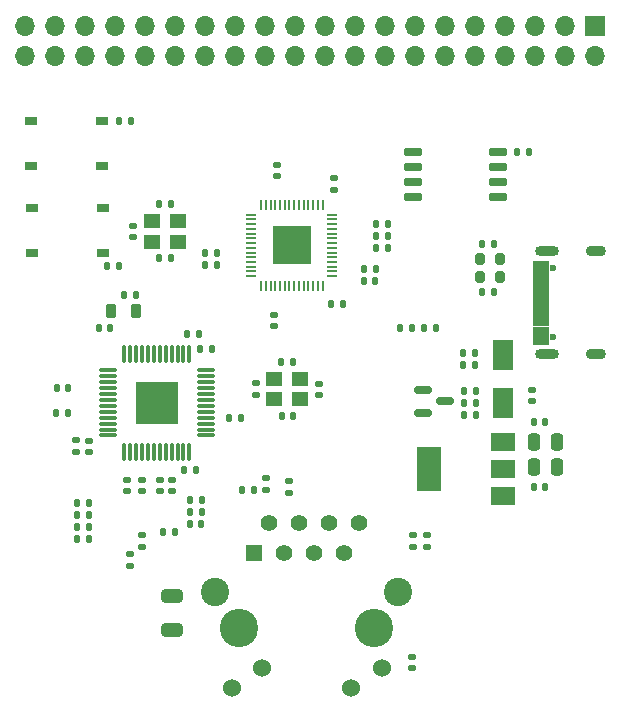
<source format=gbr>
%TF.GenerationSoftware,KiCad,Pcbnew,6.0.2+dfsg-1*%
%TF.CreationDate,2023-01-15T14:43:10-05:00*%
%TF.ProjectId,wiz5500-clone-basic,77697a35-3530-4302-9d63-6c6f6e652d62,rev?*%
%TF.SameCoordinates,Original*%
%TF.FileFunction,Soldermask,Top*%
%TF.FilePolarity,Negative*%
%FSLAX46Y46*%
G04 Gerber Fmt 4.6, Leading zero omitted, Abs format (unit mm)*
G04 Created by KiCad (PCBNEW 6.0.2+dfsg-1) date 2023-01-15 14:43:10*
%MOMM*%
%LPD*%
G01*
G04 APERTURE LIST*
G04 Aperture macros list*
%AMRoundRect*
0 Rectangle with rounded corners*
0 $1 Rounding radius*
0 $2 $3 $4 $5 $6 $7 $8 $9 X,Y pos of 4 corners*
0 Add a 4 corners polygon primitive as box body*
4,1,4,$2,$3,$4,$5,$6,$7,$8,$9,$2,$3,0*
0 Add four circle primitives for the rounded corners*
1,1,$1+$1,$2,$3*
1,1,$1+$1,$4,$5*
1,1,$1+$1,$6,$7*
1,1,$1+$1,$8,$9*
0 Add four rect primitives between the rounded corners*
20,1,$1+$1,$2,$3,$4,$5,0*
20,1,$1+$1,$4,$5,$6,$7,0*
20,1,$1+$1,$6,$7,$8,$9,0*
20,1,$1+$1,$8,$9,$2,$3,0*%
G04 Aperture macros list end*
%ADD10C,0.010000*%
%ADD11RoundRect,0.135000X0.135000X0.185000X-0.135000X0.185000X-0.135000X-0.185000X0.135000X-0.185000X0*%
%ADD12RoundRect,0.140000X-0.140000X-0.170000X0.140000X-0.170000X0.140000X0.170000X-0.140000X0.170000X0*%
%ADD13RoundRect,0.140000X-0.170000X0.140000X-0.170000X-0.140000X0.170000X-0.140000X0.170000X0.140000X0*%
%ADD14RoundRect,0.140000X0.170000X-0.140000X0.170000X0.140000X-0.170000X0.140000X-0.170000X-0.140000X0*%
%ADD15RoundRect,0.135000X-0.135000X-0.185000X0.135000X-0.185000X0.135000X0.185000X-0.135000X0.185000X0*%
%ADD16RoundRect,0.135000X-0.185000X0.135000X-0.185000X-0.135000X0.185000X-0.135000X0.185000X0.135000X0*%
%ADD17RoundRect,0.050000X-0.050000X0.387500X-0.050000X-0.387500X0.050000X-0.387500X0.050000X0.387500X0*%
%ADD18RoundRect,0.050000X-0.387500X0.050000X-0.387500X-0.050000X0.387500X-0.050000X0.387500X0.050000X0*%
%ADD19R,3.200000X3.200000*%
%ADD20R,1.000000X0.750000*%
%ADD21RoundRect,0.250000X-0.650000X0.325000X-0.650000X-0.325000X0.650000X-0.325000X0.650000X0.325000X0*%
%ADD22C,3.250000*%
%ADD23R,1.408000X1.408000*%
%ADD24C,1.408000*%
%ADD25C,1.530000*%
%ADD26C,2.400000*%
%ADD27R,1.400000X1.200000*%
%ADD28RoundRect,0.140000X0.140000X0.170000X-0.140000X0.170000X-0.140000X-0.170000X0.140000X-0.170000X0*%
%ADD29RoundRect,0.135000X0.185000X-0.135000X0.185000X0.135000X-0.185000X0.135000X-0.185000X-0.135000X0*%
%ADD30RoundRect,0.250000X-0.250000X-0.475000X0.250000X-0.475000X0.250000X0.475000X-0.250000X0.475000X0*%
%ADD31R,1.800000X2.500000*%
%ADD32RoundRect,0.218750X0.218750X0.381250X-0.218750X0.381250X-0.218750X-0.381250X0.218750X-0.381250X0*%
%ADD33R,1.700000X1.700000*%
%ADD34O,1.700000X1.700000*%
%ADD35RoundRect,0.200000X-0.200000X-0.275000X0.200000X-0.275000X0.200000X0.275000X-0.200000X0.275000X0*%
%ADD36RoundRect,0.150000X-0.587500X-0.150000X0.587500X-0.150000X0.587500X0.150000X-0.587500X0.150000X0*%
%ADD37C,0.600000*%
%ADD38O,2.000000X0.900000*%
%ADD39O,1.700000X0.900000*%
%ADD40RoundRect,0.075000X-0.662500X-0.075000X0.662500X-0.075000X0.662500X0.075000X-0.662500X0.075000X0*%
%ADD41RoundRect,0.075000X-0.075000X-0.662500X0.075000X-0.662500X0.075000X0.662500X-0.075000X0.662500X0*%
%ADD42R,3.600000X3.600000*%
%ADD43RoundRect,0.150000X-0.650000X-0.150000X0.650000X-0.150000X0.650000X0.150000X-0.650000X0.150000X0*%
%ADD44R,2.000000X1.500000*%
%ADD45R,2.000000X3.800000*%
G04 APERTURE END LIST*
D10*
%TO.C,J1*%
X104231000Y-121211000D02*
X104231000Y-120811000D01*
X104231000Y-120811000D02*
X105471000Y-120811000D01*
X105471000Y-120811000D02*
X105471000Y-121211000D01*
X105471000Y-121211000D02*
X104231000Y-121211000D01*
G36*
X105471000Y-121211000D02*
G01*
X104231000Y-121211000D01*
X104231000Y-120811000D01*
X105471000Y-120811000D01*
X105471000Y-121211000D01*
G37*
X105471000Y-121211000D02*
X104231000Y-121211000D01*
X104231000Y-120811000D01*
X105471000Y-120811000D01*
X105471000Y-121211000D01*
X104231000Y-122511000D02*
X104231000Y-121811000D01*
X104231000Y-121811000D02*
X105471000Y-121811000D01*
X105471000Y-121811000D02*
X105471000Y-122511000D01*
X105471000Y-122511000D02*
X104231000Y-122511000D01*
G36*
X105471000Y-122511000D02*
G01*
X104231000Y-122511000D01*
X104231000Y-121811000D01*
X105471000Y-121811000D01*
X105471000Y-122511000D01*
G37*
X105471000Y-122511000D02*
X104231000Y-122511000D01*
X104231000Y-121811000D01*
X105471000Y-121811000D01*
X105471000Y-122511000D01*
X104231000Y-119711000D02*
X104231000Y-119311000D01*
X104231000Y-119311000D02*
X105471000Y-119311000D01*
X105471000Y-119311000D02*
X105471000Y-119711000D01*
X105471000Y-119711000D02*
X104231000Y-119711000D01*
G36*
X105471000Y-119711000D02*
G01*
X104231000Y-119711000D01*
X104231000Y-119311000D01*
X105471000Y-119311000D01*
X105471000Y-119711000D01*
G37*
X105471000Y-119711000D02*
X104231000Y-119711000D01*
X104231000Y-119311000D01*
X105471000Y-119311000D01*
X105471000Y-119711000D01*
X104231000Y-117711000D02*
X104231000Y-117011000D01*
X104231000Y-117011000D02*
X105471000Y-117011000D01*
X105471000Y-117011000D02*
X105471000Y-117711000D01*
X105471000Y-117711000D02*
X104231000Y-117711000D01*
G36*
X105471000Y-117711000D02*
G01*
X104231000Y-117711000D01*
X104231000Y-117011000D01*
X105471000Y-117011000D01*
X105471000Y-117711000D01*
G37*
X105471000Y-117711000D02*
X104231000Y-117711000D01*
X104231000Y-117011000D01*
X105471000Y-117011000D01*
X105471000Y-117711000D01*
X104231000Y-120711000D02*
X104231000Y-120311000D01*
X104231000Y-120311000D02*
X105471000Y-120311000D01*
X105471000Y-120311000D02*
X105471000Y-120711000D01*
X105471000Y-120711000D02*
X104231000Y-120711000D01*
G36*
X105471000Y-120711000D02*
G01*
X104231000Y-120711000D01*
X104231000Y-120311000D01*
X105471000Y-120311000D01*
X105471000Y-120711000D01*
G37*
X105471000Y-120711000D02*
X104231000Y-120711000D01*
X104231000Y-120311000D01*
X105471000Y-120311000D01*
X105471000Y-120711000D01*
X104231000Y-118211000D02*
X104231000Y-117811000D01*
X104231000Y-117811000D02*
X105471000Y-117811000D01*
X105471000Y-117811000D02*
X105471000Y-118211000D01*
X105471000Y-118211000D02*
X104231000Y-118211000D01*
G36*
X105471000Y-118211000D02*
G01*
X104231000Y-118211000D01*
X104231000Y-117811000D01*
X105471000Y-117811000D01*
X105471000Y-118211000D01*
G37*
X105471000Y-118211000D02*
X104231000Y-118211000D01*
X104231000Y-117811000D01*
X105471000Y-117811000D01*
X105471000Y-118211000D01*
X104231000Y-123311000D02*
X104231000Y-122611000D01*
X104231000Y-122611000D02*
X105471000Y-122611000D01*
X105471000Y-122611000D02*
X105471000Y-123311000D01*
X105471000Y-123311000D02*
X104231000Y-123311000D01*
G36*
X105471000Y-123311000D02*
G01*
X104231000Y-123311000D01*
X104231000Y-122611000D01*
X105471000Y-122611000D01*
X105471000Y-123311000D01*
G37*
X105471000Y-123311000D02*
X104231000Y-123311000D01*
X104231000Y-122611000D01*
X105471000Y-122611000D01*
X105471000Y-123311000D01*
X104231000Y-116911000D02*
X104231000Y-116211000D01*
X104231000Y-116211000D02*
X105471000Y-116211000D01*
X105471000Y-116211000D02*
X105471000Y-116911000D01*
X105471000Y-116911000D02*
X104231000Y-116911000D01*
G36*
X105471000Y-116911000D02*
G01*
X104231000Y-116911000D01*
X104231000Y-116211000D01*
X105471000Y-116211000D01*
X105471000Y-116911000D01*
G37*
X105471000Y-116911000D02*
X104231000Y-116911000D01*
X104231000Y-116211000D01*
X105471000Y-116211000D01*
X105471000Y-116911000D01*
X104231000Y-120211000D02*
X104231000Y-119811000D01*
X104231000Y-119811000D02*
X105471000Y-119811000D01*
X105471000Y-119811000D02*
X105471000Y-120211000D01*
X105471000Y-120211000D02*
X104231000Y-120211000D01*
G36*
X105471000Y-120211000D02*
G01*
X104231000Y-120211000D01*
X104231000Y-119811000D01*
X105471000Y-119811000D01*
X105471000Y-120211000D01*
G37*
X105471000Y-120211000D02*
X104231000Y-120211000D01*
X104231000Y-119811000D01*
X105471000Y-119811000D01*
X105471000Y-120211000D01*
X104231000Y-118711000D02*
X104231000Y-118311000D01*
X104231000Y-118311000D02*
X105471000Y-118311000D01*
X105471000Y-118311000D02*
X105471000Y-118711000D01*
X105471000Y-118711000D02*
X104231000Y-118711000D01*
G36*
X105471000Y-118711000D02*
G01*
X104231000Y-118711000D01*
X104231000Y-118311000D01*
X105471000Y-118311000D01*
X105471000Y-118711000D01*
G37*
X105471000Y-118711000D02*
X104231000Y-118711000D01*
X104231000Y-118311000D01*
X105471000Y-118311000D01*
X105471000Y-118711000D01*
X104231000Y-119211000D02*
X104231000Y-118811000D01*
X104231000Y-118811000D02*
X105471000Y-118811000D01*
X105471000Y-118811000D02*
X105471000Y-119211000D01*
X105471000Y-119211000D02*
X104231000Y-119211000D01*
G36*
X105471000Y-119211000D02*
G01*
X104231000Y-119211000D01*
X104231000Y-118811000D01*
X105471000Y-118811000D01*
X105471000Y-119211000D01*
G37*
X105471000Y-119211000D02*
X104231000Y-119211000D01*
X104231000Y-118811000D01*
X105471000Y-118811000D01*
X105471000Y-119211000D01*
X104231000Y-121711000D02*
X104231000Y-121311000D01*
X104231000Y-121311000D02*
X105471000Y-121311000D01*
X105471000Y-121311000D02*
X105471000Y-121711000D01*
X105471000Y-121711000D02*
X104231000Y-121711000D01*
G36*
X105471000Y-121711000D02*
G01*
X104231000Y-121711000D01*
X104231000Y-121311000D01*
X105471000Y-121311000D01*
X105471000Y-121711000D01*
G37*
X105471000Y-121711000D02*
X104231000Y-121711000D01*
X104231000Y-121311000D01*
X105471000Y-121311000D01*
X105471000Y-121711000D01*
%TD*%
D11*
%TO.C,R16*%
X80647000Y-135636000D03*
X79627000Y-135636000D03*
%TD*%
D12*
%TO.C,C4*%
X104295000Y-135382000D03*
X105255000Y-135382000D03*
%TD*%
D11*
%TO.C,R7*%
X99443000Y-127254000D03*
X98423000Y-127254000D03*
%TD*%
D13*
%TO.C,C24*%
X66675000Y-131473000D03*
X66675000Y-132433000D03*
%TD*%
D14*
%TO.C,C1*%
X104140000Y-128115000D03*
X104140000Y-127155000D03*
%TD*%
D15*
%TO.C,R21*%
X76071000Y-123698000D03*
X77091000Y-123698000D03*
%TD*%
D16*
%TO.C,R19*%
X71120000Y-139444000D03*
X71120000Y-140464000D03*
%TD*%
D17*
%TO.C,U2*%
X86420000Y-111497500D03*
X86020000Y-111497500D03*
X85620000Y-111497500D03*
X85220000Y-111497500D03*
X84820000Y-111497500D03*
X84420000Y-111497500D03*
X84020000Y-111497500D03*
X83620000Y-111497500D03*
X83220000Y-111497500D03*
X82820000Y-111497500D03*
X82420000Y-111497500D03*
X82020000Y-111497500D03*
X81620000Y-111497500D03*
X81220000Y-111497500D03*
D18*
X80382500Y-112335000D03*
X80382500Y-112735000D03*
X80382500Y-113135000D03*
X80382500Y-113535000D03*
X80382500Y-113935000D03*
X80382500Y-114335000D03*
X80382500Y-114735000D03*
X80382500Y-115135000D03*
X80382500Y-115535000D03*
X80382500Y-115935000D03*
X80382500Y-116335000D03*
X80382500Y-116735000D03*
X80382500Y-117135000D03*
X80382500Y-117535000D03*
D17*
X81220000Y-118372500D03*
X81620000Y-118372500D03*
X82020000Y-118372500D03*
X82420000Y-118372500D03*
X82820000Y-118372500D03*
X83220000Y-118372500D03*
X83620000Y-118372500D03*
X84020000Y-118372500D03*
X84420000Y-118372500D03*
X84820000Y-118372500D03*
X85220000Y-118372500D03*
X85620000Y-118372500D03*
X86020000Y-118372500D03*
X86420000Y-118372500D03*
D18*
X87257500Y-117535000D03*
X87257500Y-117135000D03*
X87257500Y-116735000D03*
X87257500Y-116335000D03*
X87257500Y-115935000D03*
X87257500Y-115535000D03*
X87257500Y-115135000D03*
X87257500Y-114735000D03*
X87257500Y-114335000D03*
X87257500Y-113935000D03*
X87257500Y-113535000D03*
X87257500Y-113135000D03*
X87257500Y-112735000D03*
X87257500Y-112335000D03*
D19*
X83820000Y-114935000D03*
%TD*%
D20*
%TO.C,SW2*%
X61770000Y-104424000D03*
X67770000Y-104424000D03*
X67770000Y-108174000D03*
X61770000Y-108174000D03*
%TD*%
D15*
%TO.C,R5*%
X94994000Y-121920000D03*
X96014000Y-121920000D03*
%TD*%
D21*
%TO.C,C33*%
X73660000Y-144575000D03*
X73660000Y-147525000D03*
%TD*%
D11*
%TO.C,R26*%
X76202000Y-137541000D03*
X75182000Y-137541000D03*
%TD*%
D22*
%TO.C,P1*%
X90805000Y-147320000D03*
X79375000Y-147320000D03*
D23*
X80645000Y-140970000D03*
D24*
X81915000Y-138430000D03*
X83185000Y-140970000D03*
X84455000Y-138430000D03*
X85725000Y-140970000D03*
X86995000Y-138430000D03*
X88265000Y-140970000D03*
X89535000Y-138430000D03*
D25*
X78765000Y-152400000D03*
X81332000Y-150700000D03*
X88848000Y-152400000D03*
X91415000Y-150700000D03*
D26*
X77340000Y-144270000D03*
X92840000Y-144270000D03*
%TD*%
D16*
%TO.C,R28*%
X94107000Y-139444000D03*
X94107000Y-140464000D03*
%TD*%
D11*
%TO.C,R23*%
X66677000Y-138811000D03*
X65657000Y-138811000D03*
%TD*%
D27*
%TO.C,Y1*%
X74168000Y-112903000D03*
X71968000Y-112903000D03*
X71968000Y-114603000D03*
X74168000Y-114603000D03*
%TD*%
D16*
%TO.C,R22*%
X95250000Y-139444000D03*
X95250000Y-140464000D03*
%TD*%
D28*
%TO.C,C8*%
X77442000Y-116586000D03*
X76482000Y-116586000D03*
%TD*%
D29*
%TO.C,R18*%
X70104000Y-142115000D03*
X70104000Y-141095000D03*
%TD*%
D30*
%TO.C,C2*%
X104333000Y-131572000D03*
X106233000Y-131572000D03*
%TD*%
D31*
%TO.C,D1*%
X101727000Y-128238000D03*
X101727000Y-124238000D03*
%TD*%
D12*
%TO.C,C6*%
X89944000Y-116967000D03*
X90904000Y-116967000D03*
%TD*%
%TO.C,C31*%
X82959000Y-129413000D03*
X83919000Y-129413000D03*
%TD*%
D14*
%TO.C,C34*%
X81661000Y-135608000D03*
X81661000Y-134648000D03*
%TD*%
D13*
%TO.C,C38*%
X72644000Y-134803000D03*
X72644000Y-135763000D03*
%TD*%
D28*
%TO.C,C36*%
X73886000Y-139192000D03*
X72926000Y-139192000D03*
%TD*%
D11*
%TO.C,R27*%
X76202000Y-136525000D03*
X75182000Y-136525000D03*
%TD*%
D28*
%TO.C,C25*%
X64869000Y-127000000D03*
X63909000Y-127000000D03*
%TD*%
D13*
%TO.C,C30*%
X73660000Y-134775000D03*
X73660000Y-135735000D03*
%TD*%
D11*
%TO.C,R15*%
X83949000Y-124841000D03*
X82929000Y-124841000D03*
%TD*%
D14*
%TO.C,C11*%
X70401000Y-114233000D03*
X70401000Y-113273000D03*
%TD*%
D28*
%TO.C,C37*%
X76144000Y-138557000D03*
X75184000Y-138557000D03*
%TD*%
D32*
%TO.C,L1*%
X70658500Y-120523000D03*
X68533500Y-120523000D03*
%TD*%
D14*
%TO.C,C19*%
X82550000Y-109065000D03*
X82550000Y-108105000D03*
%TD*%
D33*
%TO.C,J2*%
X109474000Y-96393000D03*
D34*
X109474000Y-98933000D03*
X106934000Y-96393000D03*
X106934000Y-98933000D03*
X104394000Y-96393000D03*
X104394000Y-98933000D03*
X101854000Y-96393000D03*
X101854000Y-98933000D03*
X99314000Y-96393000D03*
X99314000Y-98933000D03*
X96774000Y-96393000D03*
X96774000Y-98933000D03*
X94234000Y-96393000D03*
X94234000Y-98933000D03*
X91694000Y-96393000D03*
X91694000Y-98933000D03*
X89154000Y-96393000D03*
X89154000Y-98933000D03*
X86614000Y-96393000D03*
X86614000Y-98933000D03*
X84074000Y-96393000D03*
X84074000Y-98933000D03*
X81534000Y-96393000D03*
X81534000Y-98933000D03*
X78994000Y-96393000D03*
X78994000Y-98933000D03*
X76454000Y-96393000D03*
X76454000Y-98933000D03*
X73914000Y-96393000D03*
X73914000Y-98933000D03*
X71374000Y-96393000D03*
X71374000Y-98933000D03*
X68834000Y-96393000D03*
X68834000Y-98933000D03*
X66294000Y-96393000D03*
X66294000Y-98933000D03*
X63754000Y-96393000D03*
X63754000Y-98933000D03*
X61214000Y-96393000D03*
X61214000Y-98933000D03*
%TD*%
D28*
%TO.C,C26*%
X68425000Y-121920000D03*
X67465000Y-121920000D03*
%TD*%
D11*
%TO.C,R17*%
X75948000Y-122428000D03*
X74928000Y-122428000D03*
%TD*%
D13*
%TO.C,C29*%
X71120000Y-134775000D03*
X71120000Y-135735000D03*
%TD*%
D15*
%TO.C,R10*%
X99947000Y-118872000D03*
X100967000Y-118872000D03*
%TD*%
D13*
%TO.C,C27*%
X69850000Y-134775000D03*
X69850000Y-135735000D03*
%TD*%
D35*
%TO.C,R3*%
X99759000Y-116078000D03*
X101409000Y-116078000D03*
%TD*%
D12*
%TO.C,C12*%
X89916000Y-117983000D03*
X90876000Y-117983000D03*
%TD*%
D29*
%TO.C,R14*%
X80772000Y-127637000D03*
X80772000Y-126617000D03*
%TD*%
D15*
%TO.C,R2*%
X98296000Y-124079000D03*
X99316000Y-124079000D03*
%TD*%
D13*
%TO.C,C32*%
X86106000Y-126647000D03*
X86106000Y-127607000D03*
%TD*%
D12*
%TO.C,C7*%
X90960000Y-113157000D03*
X91920000Y-113157000D03*
%TD*%
D36*
%TO.C,Q1*%
X94947500Y-127193000D03*
X94947500Y-129093000D03*
X96822500Y-128143000D03*
%TD*%
D30*
%TO.C,C5*%
X104333000Y-133731000D03*
X106233000Y-133731000D03*
%TD*%
D11*
%TO.C,R13*%
X70233000Y-104394000D03*
X69213000Y-104394000D03*
%TD*%
D37*
%TO.C,J1*%
X105921000Y-122651000D03*
X105921000Y-116871000D03*
D38*
X105431000Y-124086000D03*
X105431000Y-115436000D03*
D39*
X109601000Y-124086000D03*
X109601000Y-115436000D03*
%TD*%
D11*
%TO.C,R20*%
X66677000Y-139827000D03*
X65657000Y-139827000D03*
%TD*%
D28*
%TO.C,C28*%
X64841000Y-129159000D03*
X63881000Y-129159000D03*
%TD*%
%TO.C,C10*%
X73548000Y-111467000D03*
X72588000Y-111467000D03*
%TD*%
%TO.C,C15*%
X77442000Y-115570000D03*
X76482000Y-115570000D03*
%TD*%
D11*
%TO.C,R9*%
X73578000Y-116039000D03*
X72558000Y-116039000D03*
%TD*%
D12*
%TO.C,C14*%
X90960000Y-115189000D03*
X91920000Y-115189000D03*
%TD*%
D15*
%TO.C,R11*%
X99947000Y-114808000D03*
X100967000Y-114808000D03*
%TD*%
D20*
%TO.C,SW1*%
X67813500Y-115540000D03*
X61813500Y-115540000D03*
X61813500Y-111790000D03*
X67813500Y-111790000D03*
%TD*%
D11*
%TO.C,R25*%
X66677000Y-136779000D03*
X65657000Y-136779000D03*
%TD*%
D12*
%TO.C,C9*%
X98425000Y-129286000D03*
X99385000Y-129286000D03*
%TD*%
D11*
%TO.C,R1*%
X99316000Y-125095000D03*
X98296000Y-125095000D03*
%TD*%
D28*
%TO.C,C21*%
X70584000Y-119126000D03*
X69624000Y-119126000D03*
%TD*%
D12*
%TO.C,C20*%
X102898000Y-107061000D03*
X103858000Y-107061000D03*
%TD*%
%TO.C,C3*%
X104295000Y-129921000D03*
X105255000Y-129921000D03*
%TD*%
D27*
%TO.C,Y2*%
X82339000Y-127977000D03*
X84539000Y-127977000D03*
X84539000Y-126277000D03*
X82339000Y-126277000D03*
%TD*%
D35*
%TO.C,R4*%
X99759000Y-117602000D03*
X101409000Y-117602000D03*
%TD*%
D12*
%TO.C,C39*%
X74704000Y-133985000D03*
X75664000Y-133985000D03*
%TD*%
D13*
%TO.C,C17*%
X82296000Y-120805000D03*
X82296000Y-121765000D03*
%TD*%
D15*
%TO.C,R6*%
X92962000Y-121920000D03*
X93982000Y-121920000D03*
%TD*%
D14*
%TO.C,C18*%
X87376000Y-110208000D03*
X87376000Y-109248000D03*
%TD*%
D12*
%TO.C,C16*%
X87150000Y-119888000D03*
X88110000Y-119888000D03*
%TD*%
%TO.C,C13*%
X90960000Y-114173000D03*
X91920000Y-114173000D03*
%TD*%
D11*
%TO.C,R12*%
X69217000Y-116713000D03*
X68197000Y-116713000D03*
%TD*%
D14*
%TO.C,C23*%
X93980000Y-150721000D03*
X93980000Y-149761000D03*
%TD*%
D40*
%TO.C,U4*%
X68227500Y-125520000D03*
X68227500Y-126020000D03*
X68227500Y-126520000D03*
X68227500Y-127020000D03*
X68227500Y-127520000D03*
X68227500Y-128020000D03*
X68227500Y-128520000D03*
X68227500Y-129020000D03*
X68227500Y-129520000D03*
X68227500Y-130020000D03*
X68227500Y-130520000D03*
X68227500Y-131020000D03*
D41*
X69640000Y-132432500D03*
X70140000Y-132432500D03*
X70640000Y-132432500D03*
X71140000Y-132432500D03*
X71640000Y-132432500D03*
X72140000Y-132432500D03*
X72640000Y-132432500D03*
X73140000Y-132432500D03*
X73640000Y-132432500D03*
X74140000Y-132432500D03*
X74640000Y-132432500D03*
X75140000Y-132432500D03*
D40*
X76552500Y-131020000D03*
X76552500Y-130520000D03*
X76552500Y-130020000D03*
X76552500Y-129520000D03*
X76552500Y-129020000D03*
X76552500Y-128520000D03*
X76552500Y-128020000D03*
X76552500Y-127520000D03*
X76552500Y-127020000D03*
X76552500Y-126520000D03*
X76552500Y-126020000D03*
X76552500Y-125520000D03*
D41*
X75140000Y-124107500D03*
X74640000Y-124107500D03*
X74140000Y-124107500D03*
X73640000Y-124107500D03*
X73140000Y-124107500D03*
X72640000Y-124107500D03*
X72140000Y-124107500D03*
X71640000Y-124107500D03*
X71140000Y-124107500D03*
X70640000Y-124107500D03*
X70140000Y-124107500D03*
X69640000Y-124107500D03*
D42*
X72390000Y-128270000D03*
%TD*%
D12*
%TO.C,C22*%
X78514000Y-129540000D03*
X79474000Y-129540000D03*
%TD*%
D11*
%TO.C,R8*%
X99443000Y-128270000D03*
X98423000Y-128270000D03*
%TD*%
D14*
%TO.C,C35*%
X83566000Y-135862000D03*
X83566000Y-134902000D03*
%TD*%
D43*
%TO.C,U3*%
X94063000Y-107061000D03*
X94063000Y-108331000D03*
X94063000Y-109601000D03*
X94063000Y-110871000D03*
X101263000Y-110871000D03*
X101263000Y-109601000D03*
X101263000Y-108331000D03*
X101263000Y-107061000D03*
%TD*%
D29*
%TO.C,R29*%
X65532000Y-132463000D03*
X65532000Y-131443000D03*
%TD*%
D11*
%TO.C,R24*%
X66677000Y-137795000D03*
X65657000Y-137795000D03*
%TD*%
D44*
%TO.C,U1*%
X101702000Y-136158000D03*
D45*
X95402000Y-133858000D03*
D44*
X101702000Y-133858000D03*
X101702000Y-131558000D03*
%TD*%
M02*

</source>
